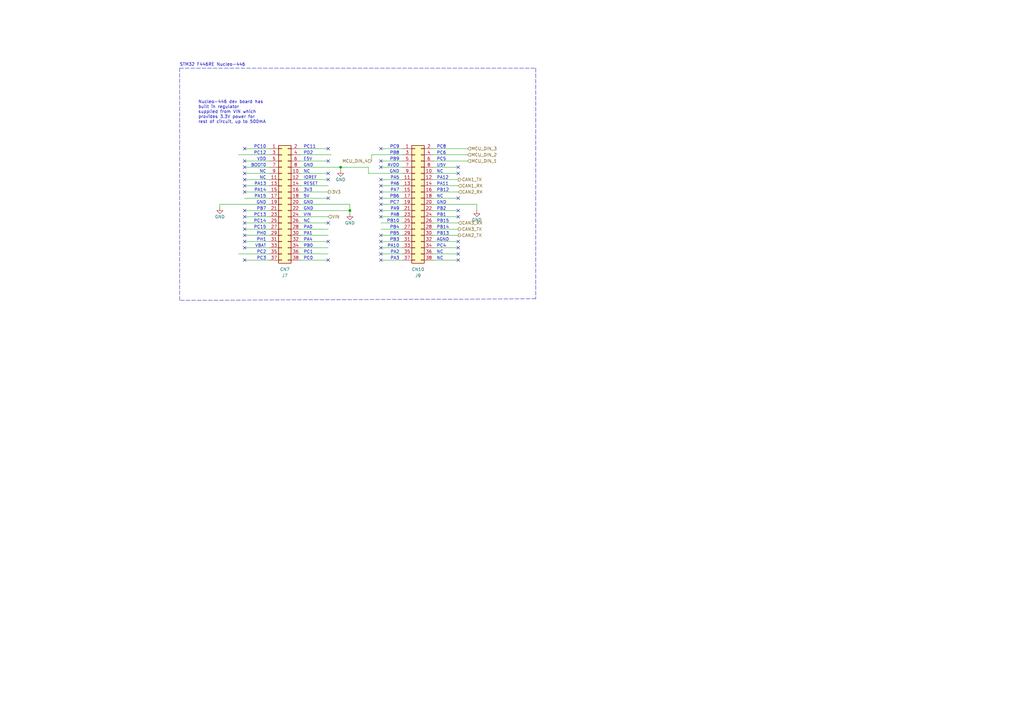
<source format=kicad_sch>
(kicad_sch (version 20211123) (generator eeschema)
  (paper "A3")
  (title_block (title "VCU") (date "2022-11-20") (rev "1.0") (company "SUFST") (comment 1 "STAG 9") (comment 2 "Tim Brewis") (comment 3 "Max O'Brien"))
  (lib_symbols
    (symbol "Connector_Generic:Conn_02x19_Odd_Even" (pin_names (offset 1.016) hide)
      (property "Reference" "J" (at 1.27 25.4 0))
      (property "Value" "Conn_02x19_Odd_Even" (at 1.27 -25.4 0))
      (symbol "Conn_02x19_Odd_Even_1_1"
        (rectangle (start -1.27 -22.733) (end 0 -22.987) (stroke (width 0.1524)))
        (rectangle (start -1.27 -20.193) (end 0 -20.447) (stroke (width 0.1524)))
        (rectangle (start -1.27 -17.653) (end 0 -17.907) (stroke (width 0.1524)))
        (rectangle (start -1.27 -15.113) (end 0 -15.367) (stroke (width 0.1524)))
        (rectangle (start -1.27 -12.573) (end 0 -12.827) (stroke (width 0.1524)))
        (rectangle (start -1.27 -10.033) (end 0 -10.287) (stroke (width 0.1524)))
        (rectangle (start -1.27 -7.493) (end 0 -7.747) (stroke (width 0.1524)))
        (rectangle (start -1.27 -4.953) (end 0 -5.207) (stroke (width 0.1524)))
        (rectangle (start -1.27 -2.413) (end 0 -2.667) (stroke (width 0.1524)))
        (rectangle (start -1.27 0.127) (end 0 -0.127) (stroke (width 0.1524)))
        (rectangle (start -1.27 2.667) (end 0 2.413) (stroke (width 0.1524)))
        (rectangle (start -1.27 5.207) (end 0 4.953) (stroke (width 0.1524)))
        (rectangle (start -1.27 7.747) (end 0 7.493) (stroke (width 0.1524)))
        (rectangle (start -1.27 10.287) (end 0 10.033) (stroke (width 0.1524)))
        (rectangle (start -1.27 12.827) (end 0 12.573) (stroke (width 0.1524)))
        (rectangle (start -1.27 15.367) (end 0 15.113) (stroke (width 0.1524)))
        (rectangle (start -1.27 17.907) (end 0 17.653) (stroke (width 0.1524)))
        (rectangle (start -1.27 20.447) (end 0 20.193) (stroke (width 0.1524)))
        (rectangle (start -1.27 22.987) (end 0 22.733) (stroke (width 0.1524)))
        (rectangle (start -1.27 24.13) (end 3.81 -24.13) (stroke (width 0.254)) (fill (type background)))
        (rectangle (start 3.81 -22.733) (end 2.54 -22.987) (stroke (width 0.1524)))
        (rectangle (start 3.81 -20.193) (end 2.54 -20.447) (stroke (width 0.1524)))
        (rectangle (start 3.81 -17.653) (end 2.54 -17.907) (stroke (width 0.1524)))
        (rectangle (start 3.81 -15.113) (end 2.54 -15.367) (stroke (width 0.1524)))
        (rectangle (start 3.81 -12.573) (end 2.54 -12.827) (stroke (width 0.1524)))
        (rectangle (start 3.81 -10.033) (end 2.54 -10.287) (stroke (width 0.1524)))
        (rectangle (start 3.81 -7.493) (end 2.54 -7.747) (stroke (width 0.1524)))
        (rectangle (start 3.81 -4.953) (end 2.54 -5.207) (stroke (width 0.1524)))
        (rectangle (start 3.81 -2.413) (end 2.54 -2.667) (stroke (width 0.1524)))
        (rectangle (start 3.81 0.127) (end 2.54 -0.127) (stroke (width 0.1524)))
        (rectangle (start 3.81 2.667) (end 2.54 2.413) (stroke (width 0.1524)))
        (rectangle (start 3.81 5.207) (end 2.54 4.953) (stroke (width 0.1524)))
        (rectangle (start 3.81 7.747) (end 2.54 7.493) (stroke (width 0.1524)))
        (rectangle (start 3.81 10.287) (end 2.54 10.033) (stroke (width 0.1524)))
        (rectangle (start 3.81 12.827) (end 2.54 12.573) (stroke (width 0.1524)))
        (rectangle (start 3.81 15.367) (end 2.54 15.113) (stroke (width 0.1524)))
        (rectangle (start 3.81 17.907) (end 2.54 17.653) (stroke (width 0.1524)))
        (rectangle (start 3.81 20.447) (end 2.54 20.193) (stroke (width 0.1524)))
        (rectangle (start 3.81 22.987) (end 2.54 22.733) (stroke (width 0.1524)))
        (pin passive line (at -5.08 22.86 0) (length 3.81) (name "Pin_1") (number "1"))
        (pin passive line (at 7.62 12.7 180) (length 3.81) (name "Pin_10") (number "10"))
        (pin passive line (at -5.08 10.16 0) (length 3.81) (name "Pin_11") (number "11"))
        (pin passive line (at 7.62 10.16 180) (length 3.81) (name "Pin_12") (number "12"))
        (pin passive line (at -5.08 7.62 0) (length 3.81) (name "Pin_13") (number "13"))
        (pin passive line (at 7.62 7.62 180) (length 3.81) (name "Pin_14") (number "14"))
        (pin passive line (at -5.08 5.08 0) (length 3.81) (name "Pin_15") (number "15"))
        (pin passive line (at 7.62 5.08 180) (length 3.81) (name "Pin_16") (number "16"))
        (pin passive line (at -5.08 2.54 0) (length 3.81) (name "Pin_17") (number "17"))
        (pin passive line (at 7.62 2.54 180) (length 3.81) (name "Pin_18") (number "18"))
        (pin passive line (at -5.08 0 0) (length 3.81) (name "Pin_19") (number "19"))
        (pin passive line (at 7.62 22.86 180) (length 3.81) (name "Pin_2") (number "2"))
        (pin passive line (at 7.62 0 180) (length 3.81) (name "Pin_20") (number "20"))
        (pin passive line (at -5.08 -2.54 0) (length 3.81) (name "Pin_21") (number "21"))
        (pin passive line (at 7.62 -2.54 180) (length 3.81) (name "Pin_22") (number "22"))
        (pin passive line (at -5.08 -5.08 0) (length 3.81) (name "Pin_23") (number "23"))
        (pin passive line (at 7.62 -5.08 180) (length 3.81) (name "Pin_24") (number "24"))
        (pin passive line (at -5.08 -7.62 0) (length 3.81) (name "Pin_25") (number "25"))
        (pin passive line (at 7.62 -7.62 180) (length 3.81) (name "Pin_26") (number "26"))
        (pin passive line (at -5.08 -10.16 0) (length 3.81) (name "Pin_27") (number "27"))
        (pin passive line (at 7.62 -10.16 180) (length 3.81) (name "Pin_28") (number "28"))
        (pin passive line (at -5.08 -12.7 0) (length 3.81) (name "Pin_29") (number "29"))
        (pin passive line (at -5.08 20.32 0) (length 3.81) (name "Pin_3") (number "3"))
        (pin passive line (at 7.62 -12.7 180) (length 3.81) (name "Pin_30") (number "30"))
        (pin passive line (at -5.08 -15.24 0) (length 3.81) (name "Pin_31") (number "31"))
        (pin passive line (at 7.62 -15.24 180) (length 3.81) (name "Pin_32") (number "32"))
        (pin passive line (at -5.08 -17.78 0) (length 3.81) (name "Pin_33") (number "33"))
        (pin passive line (at 7.62 -17.78 180) (length 3.81) (name "Pin_34") (number "34"))
        (pin passive line (at -5.08 -20.32 0) (length 3.81) (name "Pin_35") (number "35"))
        (pin passive line (at 7.62 -20.32 180) (length 3.81) (name "Pin_36") (number "36"))
        (pin passive line (at -5.08 -22.86 0) (length 3.81) (name "Pin_37") (number "37"))
        (pin passive line (at 7.62 -22.86 180) (length 3.81) (name "Pin_38") (number "38"))
        (pin passive line (at 7.62 20.32 180) (length 3.81) (name "Pin_4") (number "4"))
        (pin passive line (at -5.08 17.78 0) (length 3.81) (name "Pin_5") (number "5"))
        (pin passive line (at 7.62 17.78 180) (length 3.81) (name "Pin_6") (number "6"))
        (pin passive line (at -5.08 15.24 0) (length 3.81) (name "Pin_7") (number "7"))
        (pin passive line (at 7.62 15.24 180) (length 3.81) (name "Pin_8") (number "8"))
        (pin passive line (at -5.08 12.7 0) (length 3.81) (name "Pin_9") (number "9"))
      )
    )
    (symbol "power:GND" (power) (pin_names (offset 0))
      (property "Value" "GND" (at 0 -3.81 0))
      (symbol "GND_0_1"
        (polyline (pts (xy 0 0) (xy 0 -1.27) (xy 1.27 -1.27) (xy 0 -2.54) (xy -1.27 -1.27) (xy 0 -1.27)))
      )
      (symbol "GND_1_1"
        (pin power_in line (at 0 0 270) (length 0) hide (name "GND") (number "1"))
      )
    )
  )
  (junction (at 139.7 68.58))
  (junction (at 143.51 86.36))
  (no_connect (at 134.62 106.68))
  (no_connect (at 187.96 68.58))
  (no_connect (at 100.33 68.58))
  (no_connect (at 156.21 60.96))
  (no_connect (at 100.33 76.2))
  (no_connect (at 100.33 106.68))
  (no_connect (at 156.21 78.74))
  (no_connect (at 100.33 60.96))
  (no_connect (at 156.21 86.36))
  (no_connect (at 156.21 88.9))
  (no_connect (at 100.33 71.12))
  (no_connect (at 156.21 68.58))
  (no_connect (at 187.96 71.12))
  (no_connect (at 100.33 99.06))
  (no_connect (at 156.21 101.6))
  (no_connect (at 156.21 104.14))
  (no_connect (at 156.21 81.28))
  (no_connect (at 100.33 88.9))
  (no_connect (at 134.62 99.06))
  (no_connect (at 100.33 91.44))
  (no_connect (at 156.21 99.06))
  (no_connect (at 187.96 88.9))
  (no_connect (at 156.21 96.52))
  (no_connect (at 100.33 73.66))
  (no_connect (at 156.21 76.2))
  (no_connect (at 156.21 66.04))
  (no_connect (at 100.33 96.52))
  (no_connect (at 100.33 101.6))
  (no_connect (at 187.96 99.06))
  (no_connect (at 187.96 101.6))
  (no_connect (at 187.96 104.14))
  (no_connect (at 156.21 106.68))
  (no_connect (at 100.33 78.74))
  (no_connect (at 100.33 66.04))
  (no_connect (at 156.21 83.82))
  (no_connect (at 134.62 60.96))
  (no_connect (at 187.96 106.68))
  (no_connect (at 100.33 93.98))
  (no_connect (at 100.33 86.36))
  (no_connect (at 134.62 91.44))
  (no_connect (at 134.62 81.28))
  (no_connect (at 134.62 66.04))
  (no_connect (at 134.62 73.66))
  (no_connect (at 134.62 71.12))
  (no_connect (at 156.21 73.66))
  (no_connect (at 187.96 86.36))
  (no_connect (at 187.96 81.28))
  (wire (pts (xy 151.13 71.12) (xy 165.1 71.12)))
  (wire (pts (xy 156.21 91.44) (xy 165.1 91.44)))
  (wire (pts (xy 177.8 104.14) (xy 187.96 104.14)))
  (wire (pts (xy 152.4 63.5) (xy 165.1 63.5)))
  (wire (pts (xy 177.8 83.82) (xy 195.58 83.82)))
  (wire (pts (xy 156.21 96.52) (xy 165.1 96.52)))
  (wire (pts (xy 123.19 63.5) (xy 135.89 63.5)))
  (wire (pts (xy 100.33 86.36) (xy 110.49 86.36)))
  (wire (pts (xy 177.8 68.58) (xy 187.96 68.58)))
  (wire (pts (xy 123.19 78.74) (xy 134.62 78.74)))
  (wire (pts (xy 100.33 81.28) (xy 110.49 81.28)))
  (wire (pts (xy 156.21 101.6) (xy 165.1 101.6)))
  (wire (pts (xy 100.33 96.52) (xy 110.49 96.52)))
  (wire (pts (xy 195.58 83.82) (xy 195.58 86.36)))
  (wire (pts (xy 177.8 63.5) (xy 191.77 63.5)))
  (wire (pts (xy 139.7 68.58) (xy 139.7 69.85)))
  (wire (pts (xy 123.19 99.06) (xy 134.62 99.06)))
  (wire (pts (xy 156.21 83.82) (xy 165.1 83.82)))
  (wire (pts (xy 177.8 106.68) (xy 187.96 106.68)))
  (wire (pts (xy 123.19 76.2) (xy 134.62 76.2)))
  (polyline (pts (xy 219.71 27.94) (xy 219.71 122.555)))
  (wire (pts (xy 100.33 101.6) (xy 110.49 101.6)))
  (wire (pts (xy 156.21 60.96) (xy 165.1 60.96)))
  (wire (pts (xy 177.8 88.9) (xy 187.96 88.9)))
  (wire (pts (xy 152.4 63.5) (xy 152.4 66.04)))
  (wire (pts (xy 123.19 88.9) (xy 134.62 88.9)))
  (wire (pts (xy 123.19 104.14) (xy 134.62 104.14)))
  (wire (pts (xy 97.79 104.14) (xy 110.49 104.14)))
  (wire (pts (xy 123.19 83.82) (xy 143.51 83.82)))
  (wire (pts (xy 177.8 66.04) (xy 191.77 66.04)))
  (wire (pts (xy 123.19 73.66) (xy 134.62 73.66)))
  (wire (pts (xy 90.17 83.82) (xy 110.49 83.82)))
  (polyline (pts (xy 219.71 122.555) (xy 73.66 123.19)))
  (wire (pts (xy 123.19 91.44) (xy 134.62 91.44)))
  (wire (pts (xy 100.33 60.96) (xy 110.49 60.96)))
  (wire (pts (xy 177.8 86.36) (xy 187.96 86.36)))
  (wire (pts (xy 156.21 99.06) (xy 165.1 99.06)))
  (polyline (pts (xy 73.66 123.19) (xy 73.66 27.94)))
  (wire (pts (xy 177.8 73.66) (xy 187.96 73.66)))
  (wire (pts (xy 97.79 63.5) (xy 110.49 63.5)))
  (polyline (pts (xy 73.66 27.94) (xy 219.71 27.94)))
  (wire (pts (xy 177.8 99.06) (xy 187.96 99.06)))
  (wire (pts (xy 156.21 73.66) (xy 165.1 73.66)))
  (wire (pts (xy 156.21 86.36) (xy 165.1 86.36)))
  (wire (pts (xy 100.33 71.12) (xy 110.49 71.12)))
  (wire (pts (xy 156.21 76.2) (xy 165.1 76.2)))
  (wire (pts (xy 100.33 73.66) (xy 110.49 73.66)))
  (wire (pts (xy 143.51 83.82) (xy 143.51 86.36)))
  (wire (pts (xy 177.8 78.74) (xy 187.96 78.74)))
  (wire (pts (xy 139.7 68.58) (xy 151.13 68.58)))
  (wire (pts (xy 156.21 81.28) (xy 165.1 81.28)))
  (wire (pts (xy 100.33 68.58) (xy 110.49 68.58)))
  (wire (pts (xy 156.21 66.04) (xy 165.1 66.04)))
  (wire (pts (xy 123.19 93.98) (xy 134.62 93.98)))
  (wire (pts (xy 100.33 93.98) (xy 110.49 93.98)))
  (wire (pts (xy 100.33 88.9) (xy 110.49 88.9)))
  (wire (pts (xy 100.33 99.06) (xy 110.49 99.06)))
  (wire (pts (xy 151.13 71.12) (xy 151.13 68.58)))
  (wire (pts (xy 123.19 66.04) (xy 134.62 66.04)))
  (wire (pts (xy 123.19 101.6) (xy 134.62 101.6)))
  (wire (pts (xy 123.19 86.36) (xy 143.51 86.36)))
  (wire (pts (xy 156.21 93.98) (xy 165.1 93.98)))
  (wire (pts (xy 156.21 106.68) (xy 165.1 106.68)))
  (wire (pts (xy 143.51 87.63) (xy 143.51 86.36)))
  (wire (pts (xy 123.19 96.52) (xy 134.62 96.52)))
  (wire (pts (xy 177.8 91.44) (xy 187.96 91.44)))
  (wire (pts (xy 100.33 66.04) (xy 110.49 66.04)))
  (wire (pts (xy 90.17 83.82) (xy 90.17 85.09)))
  (wire (pts (xy 177.8 101.6) (xy 187.96 101.6)))
  (wire (pts (xy 156.21 104.14) (xy 165.1 104.14)))
  (wire (pts (xy 123.19 81.28) (xy 134.62 81.28)))
  (wire (pts (xy 156.21 78.74) (xy 165.1 78.74)))
  (wire (pts (xy 123.19 60.96) (xy 134.62 60.96)))
  (wire (pts (xy 100.33 91.44) (xy 110.49 91.44)))
  (wire (pts (xy 123.19 68.58) (xy 139.7 68.58)))
  (wire (pts (xy 177.8 93.98) (xy 187.96 93.98)))
  (wire (pts (xy 177.8 76.2) (xy 187.96 76.2)))
  (wire (pts (xy 177.8 96.52) (xy 187.96 96.52)))
  (wire (pts (xy 100.33 106.68) (xy 110.49 106.68)))
  (wire (pts (xy 156.21 68.58) (xy 165.1 68.58)))
  (wire (pts (xy 100.33 76.2) (xy 110.49 76.2)))
  (wire (pts (xy 177.8 81.28) (xy 187.96 81.28)))
  (wire (pts (xy 123.19 71.12) (xy 134.62 71.12)))
  (wire (pts (xy 100.33 78.74) (xy 110.49 78.74)))
  (wire (pts (xy 156.21 88.9) (xy 165.1 88.9)))
  (wire (pts (xy 177.8 71.12) (xy 187.96 71.12)))
  (wire (pts (xy 123.19 106.68) (xy 134.62 106.68)))
  (wire (pts (xy 177.8 60.96) (xy 191.77 60.96)))
  (text "PC2" (at 109.22 104.14 180) (effects (font (size 1.27 1.27)) (justify right bottom)))
  (text "GND" (at 124.46 68.58 0) (effects (font (size 1.27 1.27)) (justify left bottom)))
  (text "PH0" (at 109.22 96.52 180) (effects (font (size 1.27 1.27)) (justify right bottom)))
  (text "PB4" (at 163.83 93.98 180) (effects (font (size 1.27 1.27)) (justify right bottom)))
  (text "PB2" (at 179.07 86.36 0) (effects (font (size 1.27 1.27)) (justify left bottom)))
  (text "5V" (at 124.46 81.28 0) (effects (font (size 1.27 1.27)) (justify left bottom)))
  (text "PA2" (at 163.83 104.14 180) (effects (font (size 1.27 1.27)) (justify right bottom)))
  (text "PB5" (at 163.83 96.52 180) (effects (font (size 1.27 1.27)) (justify right bottom)))
  (text "PC11" (at 124.46 60.96 0) (effects (font (size 1.27 1.27)) (justify left bottom)))
  (text "PB8" (at 163.83 63.5 180) (effects (font (size 1.27 1.27)) (justify right bottom)))
  (text "PB9" (at 163.83 66.04 180) (effects (font (size 1.27 1.27)) (justify right bottom)))
  (text "PB13" (at 179.07 96.52 0) (effects (font (size 1.27 1.27)) (justify left bottom)))
  (text "E5V" (at 124.46 66.04 0) (effects (font (size 1.27 1.27)) (justify left bottom)))
  (text "GND" (at 124.46 86.36 0) (effects (font (size 1.27 1.27)) (justify left bottom)))
  (text "PC0" (at 124.46 106.68 0) (effects (font (size 1.27 1.27)) (justify left bottom)))
  (text "PB15" (at 179.07 91.44 0) (effects (font (size 1.27 1.27)) (justify left bottom)))
  (text "PA11" (at 179.07 76.2 0) (effects (font (size 1.27 1.27)) (justify left bottom)))
  (text "PB10" (at 163.83 91.44 180) (effects (font (size 1.27 1.27)) (justify right bottom)))
  (text "VDD" (at 109.22 66.04 180) (effects (font (size 1.27 1.27)) (justify right bottom)))
  (text "VBAT" (at 109.22 101.6 180) (effects (font (size 1.27 1.27)) (justify right bottom)))
  (text "GND" (at 124.46 83.82 0) (effects (font (size 1.27 1.27)) (justify left bottom)))
  (text "STM32 F446RE Nucleo-446" (at 73.66 27.305 0) (effects (font (size 1.27 1.27)) (justify left bottom)))
  (text "PC10" (at 109.22 60.96 180) (effects (font (size 1.27 1.27)) (justify right bottom)))
  (text "PB6" (at 163.83 81.28 180) (effects (font (size 1.27 1.27)) (justify right bottom)))
  (text "AGND" (at 179.07 99.06 0) (effects (font (size 1.27 1.27)) (justify left bottom)))
  (text "IOREF" (at 124.46 73.66 0) (effects (font (size 1.27 1.27)) (justify left bottom)))
  (text "GND" (at 179.07 83.82 0) (effects (font (size 1.27 1.27)) (justify left bottom)))
  (text "PA9" (at 163.83 86.36 180) (effects (font (size 1.27 1.27)) (justify right bottom)))
  (text "NC" (at 109.22 71.12 180) (effects (font (size 1.27 1.27)) (justify right bottom)))
  (text "PC5" (at 179.07 66.04 0) (effects (font (size 1.27 1.27)) (justify left bottom)))
  (text "PC12" (at 109.22 63.5 180) (effects (font (size 1.27 1.27)) (justify right bottom)))
  (text "PC8" (at 179.07 60.96 0) (effects (font (size 1.27 1.27)) (justify left bottom)))
  (text "PC13" (at 109.22 88.9 180) (effects (font (size 1.27 1.27)) (justify right bottom)))
  (text "NC" (at 179.07 106.68 0) (effects (font (size 1.27 1.27)) (justify left bottom)))
  (text "PA10" (at 163.83 101.6 180) (effects (font (size 1.27 1.27)) (justify right bottom)))
  (text "PC14" (at 109.22 91.44 180) (effects (font (size 1.27 1.27)) (justify right bottom)))
  (text "PA5" (at 163.83 73.66 180) (effects (font (size 1.27 1.27)) (justify right bottom)))
  (text "PC3" (at 109.22 106.68 180) (effects (font (size 1.27 1.27)) (justify right bottom)))
  (text "PB14" (at 179.07 93.98 0) (effects (font (size 1.27 1.27)) (justify left bottom)))
  (text "PA13" (at 109.22 76.2 180) (effects (font (size 1.27 1.27)) (justify right bottom)))
  (text "PA8" (at 163.83 88.9 180) (effects (font (size 1.27 1.27)) (justify right bottom)))
  (text "PB3" (at 163.83 99.06 180) (effects (font (size 1.27 1.27)) (justify right bottom)))
  (text "NC" (at 179.07 71.12 0) (effects (font (size 1.27 1.27)) (justify left bottom)))
  (text "PB7" (at 109.22 86.36 180) (effects (font (size 1.27 1.27)) (justify right bottom)))
  (text "PA14" (at 109.22 78.74 180) (effects (font (size 1.27 1.27)) (justify right bottom)))
  (text "Nucleo-446 dev board has\nbuilt in regulator\nsupplied from VIN which \nprovides 3.3V power for\nrest of circuit, up to 500mA" (at 81.28 50.8 0) (effects (font (size 1.27 1.27)) (justify left bottom)))
  (text "U5V" (at 179.07 68.58 0) (effects (font (size 1.27 1.27)) (justify left bottom)))
  (text "NC" (at 179.07 104.14 0) (effects (font (size 1.27 1.27)) (justify left bottom)))
  (text "PB1" (at 179.07 88.9 0) (effects (font (size 1.27 1.27)) (justify left bottom)))
  (text "PC15" (at 109.22 93.98 180) (effects (font (size 1.27 1.27)) (justify right bottom)))
  (text "GND" (at 109.22 83.82 180) (effects (font (size 1.27 1.27)) (justify right bottom)))
  (text "NC" (at 109.22 73.66 180) (effects (font (size 1.27 1.27)) (justify right bottom)))
  (text "PA7" (at 163.83 78.74 180) (effects (font (size 1.27 1.27)) (justify right bottom)))
  (text "BOOT0" (at 109.22 68.58 180) (effects (font (size 1.27 1.27)) (justify right bottom)))
  (text "VIN" (at 124.46 88.9 0) (effects (font (size 1.27 1.27)) (justify left bottom)))
  (text "AVDD" (at 163.83 68.58 180) (effects (font (size 1.27 1.27)) (justify right bottom)))
  (text "PA0" (at 124.46 93.98 0) (effects (font (size 1.27 1.27)) (justify left bottom)))
  (text "PA4" (at 124.46 99.06 0) (effects (font (size 1.27 1.27)) (justify left bottom)))
  (text "RESET" (at 124.46 76.2 0) (effects (font (size 1.27 1.27)) (justify left bottom)))
  (text "NC" (at 124.46 71.12 0) (effects (font (size 1.27 1.27)) (justify left bottom)))
  (text "PA3" (at 163.83 106.68 180) (effects (font (size 1.27 1.27)) (justify right bottom)))
  (text "PA1" (at 124.46 96.52 0) (effects (font (size 1.27 1.27)) (justify left bottom)))
  (text "3V3" (at 124.46 78.74 0) (effects (font (size 1.27 1.27)) (justify left bottom)))
  (text "PA12" (at 179.07 73.66 0) (effects (font (size 1.27 1.27)) (justify left bottom)))
  (text "PC7" (at 163.83 83.82 180) (effects (font (size 1.27 1.27)) (justify right bottom)))
  (text "PC9" (at 163.83 60.96 180) (effects (font (size 1.27 1.27)) (justify right bottom)))
  (text "PH1" (at 109.22 99.06 180) (effects (font (size 1.27 1.27)) (justify right bottom)))
  (text "PB0" (at 124.46 101.6 0) (effects (font (size 1.27 1.27)) (justify left bottom)))
  (text "PA15" (at 109.22 81.28 180) (effects (font (size 1.27 1.27)) (justify right bottom)))
  (text "PB12" (at 179.07 78.74 0) (effects (font (size 1.27 1.27)) (justify left bottom)))
  (text "PC4" (at 179.07 101.6 0) (effects (font (size 1.27 1.27)) (justify left bottom)))
  (text "NC" (at 124.46 91.44 0) (effects (font (size 1.27 1.27)) (justify left bottom)))
  (text "NC" (at 179.07 81.28 0) (effects (font (size 1.27 1.27)) (justify left bottom)))
  (text "PC1" (at 124.46 104.14 0) (effects (font (size 1.27 1.27)) (justify left bottom)))
  (text "PD2" (at 124.46 63.5 0) (effects (font (size 1.27 1.27)) (justify left bottom)))
  (text "PA6" (at 163.83 76.2 180) (effects (font (size 1.27 1.27)) (justify right bottom)))
  (text "GND" (at 163.83 71.12 180) (effects (font (size 1.27 1.27)) (justify right bottom)))
  (text "PC6" (at 179.07 63.5 0) (effects (font (size 1.27 1.27)) (justify left bottom)))
  (hierarchical_label "MCU_DIN_1" (shape input) (at 191.77 66.04 0))
  (hierarchical_label "MCU_DIN_2" (shape input) (at 191.77 63.5 0))
  (hierarchical_label "CAN2_TX" (shape output) (at 187.96 96.52 0))
  (hierarchical_label "VIN" (shape input) (at 134.62 88.9 0))
  (hierarchical_label "CAN1_RX" (shape input) (at 187.96 76.2 0))
  (hierarchical_label "CAN3_TX" (shape output) (at 187.96 93.98 0))
  (hierarchical_label "CAN1_TX" (shape output) (at 187.96 73.66 0))
  (hierarchical_label "MCU_DIN_3" (shape input) (at 191.77 60.96 0))
  (hierarchical_label "CAN3_RX" (shape input) (at 187.96 91.44 0))
  (hierarchical_label "CAN2_RX" (shape input) (at 187.96 78.74 0))
  (hierarchical_label "MCU_DIN_4" (shape input) (at 152.4 66.04 180))
  (hierarchical_label "3V3" (shape output) (at 134.62 78.74 0))
  (symbol (lib_id "power:GND") (at 143.51 87.63 0) (unit 1)
    (property "Reference" "#PWR0114" (effects hide))
    (property "Value" "GND" (at 143.51 91.44 0))
  )
  (symbol (lib_id "power:GND") (at 90.17 85.09 0) (unit 1)
    (property "Reference" "#PWR0115" (effects hide))
    (property "Value" "GND" (at 90.17 88.9 0))
  )
  (symbol (lib_id "power:GND") (at 139.7 69.85 0) (unit 1)
    (property "Reference" "#PWR0113" (effects hide))
    (property "Value" "GND" (at 139.7 73.66 0))
  )
  (symbol (lib_id "power:GND") (at 195.58 86.36 0) (unit 1)
    (property "Reference" "#PWR0112" (effects hide))
    (property "Value" "GND" (at 195.58 90.17 0))
  )
  (symbol (lib_id "Connector_Generic:Conn_02x19_Odd_Even") (at 170.18 83.82 0) (unit 1)
    (property "Reference" "J9" (at 171.45 113.03 0))
    (property "Value" "CN10" (at 171.45 110.49 0))
    (property "Footprint" "Connector_PinSocket_2.54mm:PinSocket_2x19_P2.54mm_Vertical" (effects hide))
    (property "Optional" "False" (effects hide))
  )
  (symbol (lib_id "Connector_Generic:Conn_02x19_Odd_Even") (at 115.57 83.82 0) (unit 1)
    (property "Reference" "J7" (at 116.84 113.03 0))
    (property "Value" "CN7" (at 116.84 110.49 0))
    (property "Footprint" "Connector_PinSocket_2.54mm:PinSocket_2x15_P2.54mm_Vertical" (effects hide))
    (property "Optional" "False" (effects hide))
  )
)
</source>
